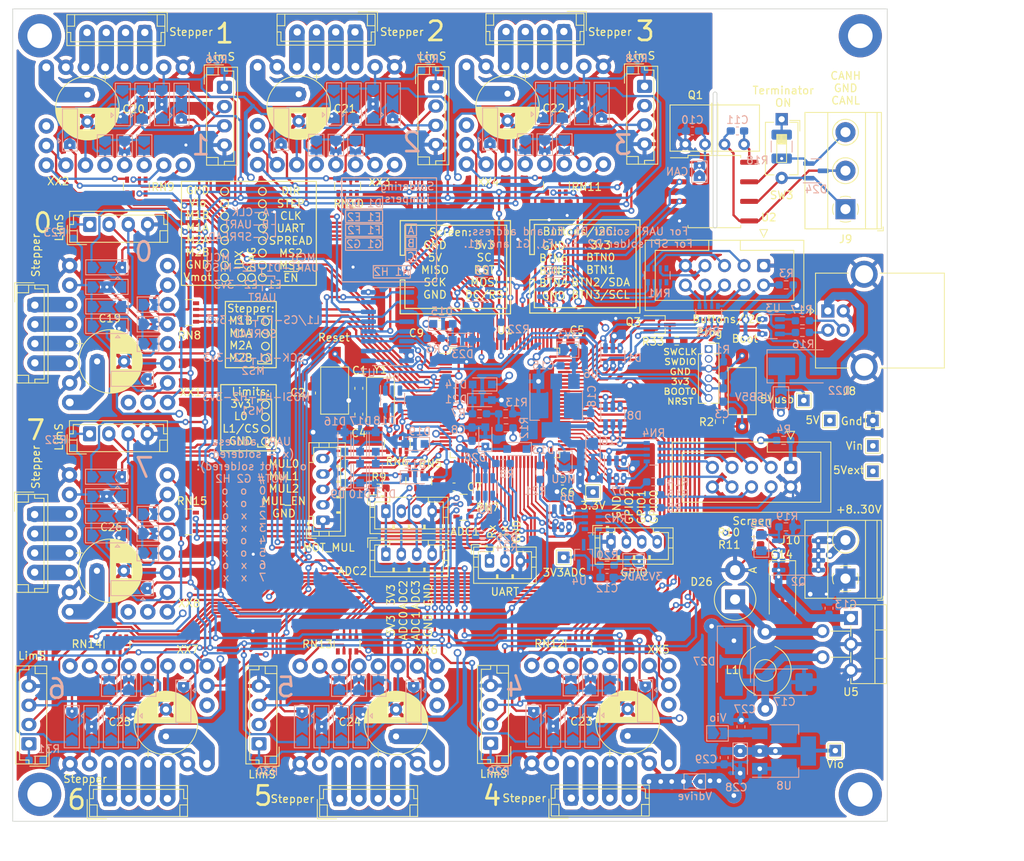
<source format=kicad_pcb>
(kicad_pcb (version 20211014) (generator pcbnew)

  (general
    (thickness 4.69)
  )

  (paper "A4")
  (layers
    (0 "F.Cu" signal)
    (1 "In1.Cu" power "Ground.Cu")
    (2 "In2.Cu" power "Power.Cu")
    (31 "B.Cu" signal)
    (32 "B.Adhes" user "B.Adhesive")
    (33 "F.Adhes" user "F.Adhesive")
    (34 "B.Paste" user)
    (35 "F.Paste" user)
    (36 "B.SilkS" user "B.Silkscreen")
    (37 "F.SilkS" user "F.Silkscreen")
    (38 "B.Mask" user)
    (39 "F.Mask" user)
    (40 "Dwgs.User" user "User.Drawings")
    (41 "Cmts.User" user "User.Comments")
    (42 "Eco1.User" user "User.Eco1")
    (43 "Eco2.User" user "User.Eco2")
    (44 "Edge.Cuts" user)
    (45 "Margin" user)
    (46 "B.CrtYd" user "B.Courtyard")
    (47 "F.CrtYd" user "F.Courtyard")
    (48 "B.Fab" user)
    (49 "F.Fab" user)
    (50 "User.1" user)
    (51 "User.2" user)
    (52 "User.3" user)
    (53 "User.4" user)
    (54 "User.5" user)
    (55 "User.6" user)
    (56 "User.7" user)
    (57 "User.8" user)
    (58 "User.9" user)
  )

  (setup
    (stackup
      (layer "F.SilkS" (type "Top Silk Screen"))
      (layer "F.Paste" (type "Top Solder Paste"))
      (layer "F.Mask" (type "Top Solder Mask") (thickness 0.01))
      (layer "F.Cu" (type "copper") (thickness 0.035))
      (layer "dielectric 1" (type "core") (thickness 1.51) (material "FR4") (epsilon_r 4.5) (loss_tangent 0.02))
      (layer "In1.Cu" (type "copper") (thickness 0.035))
      (layer "dielectric 2" (type "prepreg") (thickness 1.51) (material "FR4") (epsilon_r 4.5) (loss_tangent 0.02))
      (layer "In2.Cu" (type "copper") (thickness 0.035))
      (layer "dielectric 3" (type "core") (thickness 1.51) (material "FR4") (epsilon_r 4.5) (loss_tangent 0.02))
      (layer "B.Cu" (type "copper") (thickness 0.035))
      (layer "B.Mask" (type "Bottom Solder Mask") (thickness 0.01))
      (layer "B.Paste" (type "Bottom Solder Paste"))
      (layer "B.SilkS" (type "Bottom Silk Screen"))
      (copper_finish "None")
      (dielectric_constraints no)
    )
    (pad_to_mask_clearance 0)
    (pcbplotparams
      (layerselection 0x00010fc_ffffffff)
      (disableapertmacros false)
      (usegerberextensions false)
      (usegerberattributes true)
      (usegerberadvancedattributes true)
      (creategerberjobfile true)
      (svguseinch false)
      (svgprecision 6)
      (excludeedgelayer true)
      (plotframeref false)
      (viasonmask false)
      (mode 1)
      (useauxorigin false)
      (hpglpennumber 1)
      (hpglpenspeed 20)
      (hpglpendiameter 15.000000)
      (dxfpolygonmode true)
      (dxfimperialunits true)
      (dxfusepcbnewfont true)
      (psnegative false)
      (psa4output false)
      (plotreference true)
      (plotvalue true)
      (plotinvisibletext false)
      (sketchpadsonfab false)
      (subtractmaskfromsilk false)
      (outputformat 1)
      (mirror false)
      (drillshape 0)
      (scaleselection 1)
      (outputdirectory "gerbers/")
    )
  )

  (net 0 "")
  (net 1 "/MCU base/OSC_IN")
  (net 2 "GND")
  (net 3 "/MCU base/NRST")
  (net 4 "/MCU base/BOOT0")
  (net 5 "+3V3")
  (net 6 "/MCU base/OSC_OUT")
  (net 7 "/MCU base/BTN0")
  (net 8 "/MCU base/BTN1")
  (net 9 "/MCU base/BTN2_SDA")
  (net 10 "/MCU base/SWDIO")
  (net 11 "/MCU base/BTN3_SCL")
  (net 12 "/MCU base/SWCLK")
  (net 13 "M4_L0")
  (net 14 "M4_L1")
  (net 15 "/MCU base/BTN4")
  (net 16 "/MCU base/BTN5")
  (net 17 "/MCU base/BTN6")
  (net 18 "M3_L1")
  (net 19 "M3_L0")
  (net 20 "M2_L1")
  (net 21 "M2_L0")
  (net 22 "M1_L0")
  (net 23 "M1_L1")
  (net 24 "/MCU base/SCRN_DCRS")
  (net 25 "/MCU base/SCRN_SCK")
  (net 26 "/MCU base/SCRN_MISO")
  (net 27 "/MCU base/SCRN_MOSI")
  (net 28 "/MCU base/SCRN_RST")
  (net 29 "/MCU base/SCRN_CS")
  (net 30 "M6_L1")
  (net 31 "M6_L0")
  (net 32 "M5_L1")
  (net 33 "M5_L0")
  (net 34 "/MCU base/A0")
  (net 35 "/MCU base/A1")
  (net 36 "/MCU base/A2")
  (net 37 "/MCU base/A3")
  (net 38 "/MCU base/A4")
  (net 39 "/MCU base/A5")
  (net 40 "Net-(J1-Pad4)")
  (net 41 "Net-(J2-Pad2)")
  (net 42 "Net-(J2-Pad3)")
  (net 43 "Net-(J2-Pad4)")
  (net 44 "Net-(J2-Pad5)")
  (net 45 "Net-(J2-Pad6)")
  (net 46 "Net-(J2-Pad7)")
  (net 47 "Net-(J2-Pad8)")
  (net 48 "ADC2")
  (net 49 "ADC3")
  (net 50 "ADC4")
  (net 51 "ADC5")
  (net 52 "+5V")
  (net 53 "ADC0")
  (net 54 "Vdrive")
  (net 55 "ADC1")
  (net 56 "unconnected-(RN1-Pad4)")
  (net 57 "unconnected-(RN1-Pad5)")
  (net 58 "MUL0")
  (net 59 "MUL1")
  (net 60 "MUL2")
  (net 61 "MUL_EN")
  (net 62 "M1_EN")
  (net 63 "M1_DIR")
  (net 64 "M1_STEP")
  (net 65 "+3.3VADC")
  (net 66 "TMC_SCK")
  (net 67 "TMC_MISO")
  (net 68 "TMC_MOSI")
  (net 69 "USART3_TX")
  (net 70 "M6_STEP")
  (net 71 "M6_DIR")
  (net 72 "M6_EN")
  (net 73 "M5_STEP")
  (net 74 "M5_DIR")
  (net 75 "M5_EN")
  (net 76 "USB_DM")
  (net 77 "USB_DP")
  (net 78 "M4_STEP")
  (net 79 "M4_EN")
  (net 80 "M4_DIR")
  (net 81 "CAN_RX")
  (net 82 "CAN_TX")
  (net 83 "USART2_TX")
  (net 84 "M3_DIR")
  (net 85 "M3_STEP")
  (net 86 "M3_EN")
  (net 87 "M2_STEP")
  (net 88 "M2_DIR")
  (net 89 "M2_EN")
  (net 90 "Net-(J2-Pad10)")
  (net 91 "Net-(C10-Pad1)")
  (net 92 "/MCU base/MOT_MUL0")
  (net 93 "/MCU base/MOT_MUL1")
  (net 94 "/MCU base/MOT_MUL2")
  (net 95 "/MCU base/MOT_MUL_EN")
  (net 96 "Net-(J6-Pad2)")
  (net 97 "Net-(J6-Pad3)")
  (net 98 "Net-(J6-Pad4)")
  (net 99 "Net-(J6-Pad5)")
  (net 100 "Net-(C11-Pad1)")
  (net 101 "Earth")
  (net 102 "Net-(C15-Pad1)")
  (net 103 "Net-(C17-Pad1)")
  (net 104 "Net-(D22-Pad1)")
  (net 105 "/VB")
  (net 106 "Net-(J3-Pad8)")
  (net 107 "/MCU base/OUT1")
  (net 108 "/MCU base/OUT0")
  (net 109 "/MCU base/OUT2")
  (net 110 "Net-(J7-Pad2)")
  (net 111 "Net-(J7-Pad3)")
  (net 112 "unconnected-(RN2-Pad4)")
  (net 113 "unconnected-(RN2-Pad5)")
  (net 114 "Net-(J7-Pad4)")
  (net 115 "/CANL")
  (net 116 "/CANH")
  (net 117 "Net-(D25-Pad2)")
  (net 118 "Net-(D26-Pad1)")
  (net 119 "Net-(J3-Pad1)")
  (net 120 "Net-(J3-Pad3)")
  (net 121 "Net-(J3-Pad4)")
  (net 122 "Net-(J3-Pad5)")
  (net 123 "Net-(J3-Pad6)")
  (net 124 "Net-(J3-Pad7)")
  (net 125 "Net-(J3-Pad9)")
  (net 126 "Net-(J4-Pad1)")
  (net 127 "Net-(J8-Pad2)")
  (net 128 "Net-(J8-Pad3)")
  (net 129 "Net-(J10-Pad2)")
  (net 130 "Net-(JP4-Pad2)")
  (net 131 "/Motors/Vm")
  (net 132 "/Motors/USART0-3")
  (net 133 "/Motors/MOSI")
  (net 134 "Net-(JP8-Pad1)")
  (net 135 "/Motors/SCK")
  (net 136 "Net-(JP13-Pad1)")
  (net 137 "/Motors/MISO")
  (net 138 "unconnected-(RN8-Pad8)")
  (net 139 "unconnected-(RN8-Pad1)")
  (net 140 "Net-(R16-Pad2)")
  (net 141 "Net-(R17-Pad2)")
  (net 142 "Net-(R18-Pad1)")
  (net 143 "/Motors/USART4-7")
  (net 144 "/Motors/DIAG4")
  (net 145 "/Motors/DIAG6")
  (net 146 "/Motors/DIAG7")
  (net 147 "/Motors/DIAG5")
  (net 148 "/Motors/DIAG3")
  (net 149 "/Motors/DIAG0")
  (net 150 "/Motors/DIAG1")
  (net 151 "/Motors/DIAG2")
  (net 152 "unconnected-(XX1-Pad18)")
  (net 153 "/Motors/stepper_M1/U")
  (net 154 "Net-(J11-Pad1)")
  (net 155 "/Motors/stepper_M1/~{ENx}")
  (net 156 "/Motors/stepper_M1/STEPx")
  (net 157 "/Motors/stepper_M1/DIRx")
  (net 158 "/MCU base/USART1_RX")
  (net 159 "/Motors/stepper_M1/MS1")
  (net 160 "/Motors/stepper_M1/MS2")
  (net 161 "/Motors/stepper_M1/SPR")
  (net 162 "/Motors/stepper_M1/CLK")
  (net 163 "/MCU base/USART1_TX")
  (net 164 "Net-(J13-Pad2)")
  (net 165 "Net-(J13-Pad1)")
  (net 166 "M0_L1")
  (net 167 "M0_L0")
  (net 168 "Net-(J12-Pad4)")
  (net 169 "Net-(J12-Pad3)")
  (net 170 "Net-(J12-Pad2)")
  (net 171 "Net-(J12-Pad1)")
  (net 172 "M0_STEP")
  (net 173 "M0_DIR")
  (net 174 "M0_EN")
  (net 175 "M7_L0")
  (net 176 "M7_L1")
  (net 177 "M7_DIR")
  (net 178 "M7_EN")
  (net 179 "M7_STEP")
  (net 180 "MCU3v3")
  (net 181 "unconnected-(RN7-Pad5)")
  (net 182 "unconnected-(RN7-Pad4)")
  (net 183 "Net-(J14-Pad1)")
  (net 184 "Net-(J15-Pad1)")
  (net 185 "Net-(J15-Pad2)")
  (net 186 "Net-(J15-Pad3)")
  (net 187 "Net-(J15-Pad4)")
  (net 188 "Net-(JP16-Pad1)")
  (net 189 "/Motors/stepper_M2/U")
  (net 190 "/Motors/stepper_M2/MS1")
  (net 191 "/Motors/stepper_M2/MS2")
  (net 192 "/Motors/stepper_M2/SPR")
  (net 193 "Net-(JP21-Pad1)")
  (net 194 "/Motors/stepper_M2/CLK")
  (net 195 "/Motors/stepper_M2/DIRx")
  (net 196 "/Motors/stepper_M2/STEPx")
  (net 197 "/Motors/stepper_M2/~{ENx}")
  (net 198 "unconnected-(RN9-Pad1)")
  (net 199 "unconnected-(RN9-Pad8)")
  (net 200 "unconnected-(XX2-Pad18)")
  (net 201 "Net-(J16-Pad1)")
  (net 202 "Net-(J17-Pad1)")
  (net 203 "Net-(J17-Pad2)")
  (net 204 "Net-(J17-Pad3)")
  (net 205 "Net-(J17-Pad4)")
  (net 206 "Net-(JP24-Pad1)")
  (net 207 "/Motors/stepper_M3/U")
  (net 208 "/Motors/stepper_M3/MS1")
  (net 209 "/Motors/stepper_M3/MS2")
  (net 210 "/Motors/stepper_M3/SPR")
  (net 211 "Net-(JP29-Pad1)")
  (net 212 "/Motors/stepper_M3/CLK")
  (net 213 "unconnected-(RN10-Pad1)")
  (net 214 "/Motors/stepper_M3/DIRx")
  (net 215 "/Motors/stepper_M3/STEPx")
  (net 216 "/Motors/stepper_M3/~{ENx}")
  (net 217 "unconnected-(RN10-Pad8)")
  (net 218 "unconnected-(XX3-Pad18)")
  (net 219 "Net-(J18-Pad1)")
  (net 220 "Net-(J19-Pad1)")
  (net 221 "Net-(J19-Pad2)")
  (net 222 "Net-(J19-Pad3)")
  (net 223 "Net-(J19-Pad4)")
  (net 224 "Net-(JP32-Pad1)")
  (net 225 "/Motors/stepper_M4/U")
  (net 226 "/Motors/stepper_M4/MS1")
  (net 227 "/Motors/stepper_M4/MS2")
  (net 228 "/Motors/stepper_M4/SPR")
  (net 229 "Net-(JP37-Pad1)")
  (net 230 "/Motors/stepper_M4/CLK")
  (net 231 "unconnected-(RN11-Pad1)")
  (net 232 "/Motors/stepper_M4/DIRx")
  (net 233 "/Motors/stepper_M4/STEPx")
  (net 234 "/Motors/stepper_M4/~{ENx}")
  (net 235 "unconnected-(RN11-Pad8)")
  (net 236 "unconnected-(XX4-Pad18)")
  (net 237 "Net-(J20-Pad1)")
  (net 238 "Net-(J21-Pad1)")
  (net 239 "Net-(J21-Pad2)")
  (net 240 "Net-(J21-Pad3)")
  (net 241 "Net-(J21-Pad4)")
  (net 242 "Net-(JP40-Pad1)")
  (net 243 "/Motors/stepper_M5/U")
  (net 244 "/Motors/stepper_M5/MS1")
  (net 245 "/Motors/stepper_M5/MS2")
  (net 246 "/Motors/stepper_M5/SPR")
  (net 247 "Net-(JP45-Pad1)")
  (net 248 "/Motors/stepper_M5/CLK")
  (net 249 "unconnected-(RN12-Pad1)")
  (net 250 "/Motors/stepper_M5/DIRx")
  (net 251 "/Motors/stepper_M5/STEPx")
  (net 252 "/Motors/stepper_M5/~{ENx}")
  (net 253 "unconnected-(RN12-Pad8)")
  (net 254 "unconnected-(XX5-Pad18)")
  (net 255 "Net-(J22-Pad1)")
  (net 256 "Net-(J23-Pad1)")
  (net 257 "Net-(J23-Pad2)")
  (net 258 "Net-(J23-Pad3)")
  (net 259 "Net-(J23-Pad4)")
  (net 260 "Net-(JP48-Pad1)")
  (net 261 "/Motors/stepper_M6/U")
  (net 262 "/Motors/stepper_M6/MS1")
  (net 263 "/Motors/stepper_M6/MS2")
  (net 264 "/Motors/stepper_M6/SPR")
  (net 265 "Net-(JP53-Pad1)")
  (net 266 "/Motors/stepper_M6/CLK")
  (net 267 "unconnected-(RN13-Pad1)")
  (net 268 "/Motors/stepper_M6/DIRx")
  (net 269 "/Motors/stepper_M6/STEPx")
  (net 270 "/Motors/stepper_M6/~{ENx}")
  (net 271 "unconnected-(RN13-Pad8)")
  (net 272 "unconnected-(XX6-Pad18)")
  (net 273 "Net-(J24-Pad1)")
  (net 274 "Net-(J25-Pad1)")
  (net 275 "Net-(J25-Pad2)")
  (net 276 "Net-(J25-Pad3)")
  (net 277 "Net-(J25-Pad4)")
  (net 278 "Net-(JP56-Pad1)")
  (net 279 "/Motors/stepper_M7/U")
  (net 280 "/Motors/stepper_M7/MS1")
  (net 281 "/Motors/stepper_M7/MS2")
  (net 282 "/Motors/stepper_M7/SPR")
  (net 283 "Net-(JP61-Pad1)")
  (net 284 "/Motors/stepper_M7/CLK")
  (net 285 "unconnected-(RN14-Pad1)")
  (net 286 "/Motors/stepper_M7/DIRx")
  (net 287 "/Motors/stepper_M7/STEPx")
  (net 288 "/Motors/stepper_M7/~{ENx}")
  (net 289 "unconnected-(RN14-Pad8)")
  (net 290 "unconnected-(XX7-Pad18)")
  (net 291 "Net-(J26-Pad1)")
  (net 292 "Net-(J27-Pad1)")
  (net 293 "Net-(J27-Pad2)")
  (net 294 "Net-(J27-Pad3)")
  (net 295 "Net-(J27-Pad4)")
  (net 296 "Net-(JP64-Pad1)")
  (net 297 "/Motors/stepper_M8/U")
  (net 298 "/Motors/stepper_M8/MS1")
  (net 299 "/Motors/stepper_M8/MS2")
  (net 300 "/Motors/stepper_M8/SPR")
  (net 301 "Net-(JP69-Pad1)")
  (net 302 "/Motors/stepper_M8/CLK")
  (net 303 "unconnected-(RN15-Pad1)")
  (net 304 "/Motors/stepper_M8/DIRx")
  (net 305 "/Motors/stepper_M8/STEPx")
  (net 306 "/Motors/stepper_M8/~{ENx}")
  (net 307 "unconnected-(RN15-Pad8)")
  (net 308 "unconnected-(XX8-Pad18)")
  (net 309 "/MCU base/Diagn")
  (net 310 "DIAGNOST")
  (net 311 "Net-(C27-Pad1)")
  (net 312 "Vio")
  (net 313 "Net-(Q3-Pad3)")

  (footprint "Capacitor_SMD:C_0603_1608Metric_Pad1.08x0.95mm_HandSolder" (layer "F.Cu") (at 110.8975 79.502))

  (footprint "Connector_JST:JST_EH_B4B-EH-A_1x04_P2.50mm_Vertical" (layer "F.Cu") (at 99.921075 41.501827 180))

  (footprint "Connector_JST:JST_EH_B4B-EH-A_1x04_P2.50mm_Vertical" (layer "F.Cu") (at 58.374 76.974 -90))

  (footprint "Connector_JST:JST_PH_B5B-PH-K_1x05_P2.00mm_Vertical" (layer "F.Cu") (at 95.758 104.902 90))

  (footprint "Connector_IDC:IDC-Header_2x05_P2.54mm_Vertical" (layer "F.Cu") (at 152.9588 71.8407 -90))

  (footprint "Button_Switch_SMD:SW_SPST_FSMSM" (layer "F.Cu") (at 150.1648 88.138 -90))

  (footprint "Connector_JST:JST_EH_B4B-EH-A_1x04_P2.50mm_Vertical" (layer "F.Cu") (at 87.466 133.934 90))

  (footprint "TestPoint:TestPoint_THTPad_1.5x1.5mm_Drill0.7mm" (layer "F.Cu") (at 161.544 91.948))

  (footprint "MountingHole:MountingHole_3.2mm_M3_DIN965_Pad" (layer "F.Cu") (at 165.5 140.5))

  (footprint "Button_Switch_THT:SW_DIP_SPSTx01_Slide_6.7x4.1mm_W7.62mm_P2.54mm_LowProfile" (layer "F.Cu") (at 155.2956 52.832 -90))

  (footprint "Capacitor_THT:CP_Radial_D8.0mm_P3.50mm" (layer "F.Cu") (at 105.246 132.978 90))

  (footprint "Connector_JST:JST_PH_B4B-PH-K_1x04_P2.00mm_Vertical" (layer "F.Cu") (at 103.934 103.7336))

  (footprint "Connector_JST:JST_EH_B4B-EH-A_1x04_P2.50mm_Vertical" (layer "F.Cu") (at 65.5 66.5))

  (footprint "stepper:stepper_module" (layer "F.Cu") (at 131.75 130.124 -90))

  (footprint "Resistor_SMD:R_Array_Convex_4x0603" (layer "F.Cu") (at 126.07045 61.46 -90))

  (footprint "Connector_JST:JST_PH_B3B-PH-K_1x03_P2.00mm_Vertical" (layer "F.Cu") (at 117.38 110.194))

  (footprint "stepper:stepper_module" (layer "F.Cu") (at 69.222 107.9116 180))

  (footprint "stepper:stepper_module" (layer "F.Cu") (at 96.171075 52.377827 90))

  (footprint "Resistor_SMD:R_Array_Convex_4x0603" (layer "F.Cu") (at 113.9952 103.2256))

  (footprint "TerminalBlock_Phoenix:TerminalBlock_Phoenix_MKDS-1,5-2_1x02_P5.00mm_Horizontal" (layer "F.Cu") (at 163.576 112.482 90))

  (footprint "Resistor_SMD:R_0603_1608Metric_Pad0.98x0.95mm_HandSolder" (layer "F.Cu") (at 141.6812 81.6356))

  (footprint "Connector_IDC:IDC-Header_2x05_P2.54mm_Vertical" (layer "F.Cu") (at 156.464 98.044 -90))

  (footprint "TestPoint:TestPoint_THTPad_1.5x1.5mm_Drill0.7mm" (layer "F.Cu") (at 167.132 91.948))

  (footprint "Connector_PinSocket_1.27mm:PinSocket_1x06_P1.27mm_Vertical" (layer "F.Cu") (at 145.821 82.677))

  (footprint "Connector_JST:JST_EH_B4B-EH-A_1x04_P2.50mm_Vertical" (layer "F.Cu") (at 57.604925 133.934 90))

  (footprint "Package_QFP:LQFP-100_14x14mm_P0.5mm" (layer "F.Cu") (at 119.38 89.662))

  (footprint "MountingHole:MountingHole_3.2mm_M3_DIN965_Pad" (layer "F.Cu") (at 59 42))

  (footprint "Capacitor_THT:CP_Radial_D8.0mm_P3.50mm" (layer "F.Cu")
    (tedit 5AE50EF0) (tstamp 54feca81-afb3-4fb5-84f6-1707a4e4bb1b)
    (at 135.306 132.918 90)
    (descr "CP, Radial series, Radial, pin pitch=3.50mm, , diameter=8mm, Electrolytic Capacitor")
    (tags "CP Radial series Radial pin pitch 3.50mm  diameter 8mm Electrolytic Capacitor")
    (property "Sheetfile" "stepper_M.kicad_sch")
    (property "Sheetname" "stepper_M5")
    (path "/cf2c4fa9-a57e-4812-ae0c-3db57f6071a5/f8c6e88c-0183-4d2e-a3ca-39251d1701fb/028c2f35-a9b0-4aaf-988c-ea6dbc478016")
    (attr through_hole)
    (fp_text reference "C23" (at 1.8796 -5.9944) (layer "F.SilkS")
      (effects (font (size 1 1) (thickness 0.15)))
      (tstamp 7b4a4239-8607-4022-a212-bb8c6f16fa63)
    )
    (fp_text value "100u 35V" (at 1.75 5.25 90) (layer "F.Fab")
      (effects (font (size 1 1) (thickness 0.15)))
      (tstamp 96bf238f-4f4f-4f68-869e-10ec7b2d590d)
    )
    (fp_text user "${REFERENCE}" (at 1.75 0 90) (layer "F.Fab")
      (effects (font (size 1 1) (thickness 0.15)))
      (tstamp 428b2f70-031d-4d8d-bc9a-f057fe618982)
    )
    (fp_line (start 4.591 -2.945) (end 4.591 2.945) (layer "F.SilkS") (width 0.12) (tstamp 0341b80b-a284-4b79-b869-1fbf37caf697))
    (fp_line (start 2.35 -4.037) (end 2.35 4.037) (layer "F.SilkS") (width 0.12) (tstamp 06b8dc57-b8af-459b-9742-9a75215ed786))
    (fp_line (start 3.311 1.04) (end 3.311 3.774) (layer "F.SilkS") (width 0.12) (tstamp 08853ffb-610d-4058-a7ed-810ede818c32))
    (fp_line (start 3.711 -3.584) (end 3.711 -1.04) (layer "F.SilkS") (width 0.12) (tstamp 0a250321-2a40-4ea7-803e-597c67b3a908))
    (fp_line (start 3.551 -3.666) (end 3.551 -1.04) (layer "F.SilkS") (width 0.12) (tstamp 0ad097ec-cb29-4fde-8e11-c565a582b3c9))
    (fp_line (start 4.031 -3.392) (end 4.031 -1.04) (layer "F.SilkS") (width 0.12) (tstamp 0ad5b517-6afc-415d-b906-428f1cf86026))
    (fp_line (start 4.951 -2.556) (end 4.951 2.556) (layer "F.SilkS") (width 0.12) (tstamp 0ae4c03c-d0d2-4d8f-9744-4df60c31fef5))
    (fp_line (start 4.911 -2.604) (end 4.911 2.604) (layer "F.SilkS") (width 0.12) (tstamp 0b0a1389-e9cc-4e13-858b-51c0e62f42e3))
    (fp_line (start 4.791 -2.741) (end 4.791 2.741) (layer "F.SilkS") (width 0.12) (tstamp 0c57afef-3ce8-418e-aac3-e825b76ffc1e))
    (fp_line (start 1.87 -4.079) (end 1.87 4.079) (layer "F.SilkS") (width 0.12) (tstamp 0cac4be0-30c2-47e4-b192-807c51d1cf49))
    (fp_line (start 2.951 -3.902) (end 2.951 -1.04) (layer "F.SilkS") (width 0.12) (tstamp 0dd74dfa-4fd9-4993-830c-59480cf6a753))
    (fp_line (start 3.911 -3.469) (end 3.911 -1.04) (layer "F.SilkS") (width 0.12) (tstamp 0ef6e8d3-9ed9-4b56-b264-998a28590b6f))
    (fp_line (start 2.631 1.04) (end 2.631 3.985) (layer "F.SilkS") (width 0.12) (tstamp 10999b64-b707-46b7-9b41-763568379b06))
    (fp_line (start 5.591 -1.453) (end 5.591 1.453) (layer "F.SilkS") (width 0.12) (tstamp 10b2a98d-30b4-429d-b80f-2c285c482bdd))
    (fp_line (start 2.671 -3.976) (end 2.671 -1.04) (layer "F.SilkS") (width 0.12) (tstamp 1305c615-7d4c-4f44-a133-84ebc1df12c2))
    (fp_line (start 3.271 1.04) (end 3.271 3.79) (layer "F.SilkS") (width 0.12) (tstamp 1413e654-9277-4964-8e83-d941607f55bf))
    (fp_line (start 5.551 -1.552) (end 5.551 1.552) (layer "F.SilkS") (width 0.12) (tstamp 197ada20-f457-44c8-a3c4-81e3e5875f93))
    (fp_line (start 3.431 -3.722) (end 3.431 -1.04) (layer "F.SilkS") (width 0.12) (tstamp 1df3702f-c8b6-43ba-9681-65236dc4109e))
    (fp_line (start 3.911 1.04) (end 3.911 3.469) (layer "F.SilkS") (width 0.12) (tstamp 1e2916ff-56ed-43e4-9e7e-718f720daa60))
    (fp_line (start 1.95 -4.076) (end 1.95 4.076) (layer "F.SilkS") (width 0.12) (tstamp 1e41e304-f6ba-4945-9082-66ba30de890f))
    (fp_line (start 4.231 -3.25) (end 4.231 -1.04) (layer "F.SilkS") (width 0.12) (tstamp 1f8c071c-97f9-45fe-aedc-df2c79346e19))
    (fp_line (start 1.99 -4.074) (end 1.99 4.074) (layer "F.SilkS") (width 0.12) (tstamp 203e5bfd-c3cd-407c-b2f9-f253788edebf))
    (fp_line (start 5.111 -2.345) (end 5.111 2.345) (layer "F.SilkS") (width 0.12) (tstamp 225c4338-3bdd-4019-8af7-67593b4f3cab))
    (fp_line (start 4.311 1.04) (end 4.311 3.189) (layer "F.SilkS") (width 0.12) (tstamp 241021d2-ff57-4cdc-8e8b-e5be3e9a8d1b))
    (fp_line (start 2.711 1.04) (end 2.711 3.967) (layer "F.SilkS") (width 0.12) (tstamp 264c10a4-a6c0-4174-b449-6ad9b4bd822d))
    (fp_line (start 4.151 1.04) (end 4.151 3.309) (layer "F.SilkS") (width 0.12) (tstamp 266f29d4-ee14-4f6d-b981-a3c14fc8d08d))
    (fp_line (start 2.23 -4.052) (end 2.23 4.052) (layer "F.SilkS") (width 0.12) (tstamp 27465d4f-5b09-4035-b26f-e4760c54c1c3))
    (fp_line (start 3.511 -3.686) (end 3.511 -1.04) (layer "F.SilkS") (width 0.12) (tstamp 2a3d1b52-a8cc-463e-a567-8b3d4a5c05c3))
    (fp_line (start 3.751 -3.562) (end 3.751 -1.04) (layer "F.SilkS") (width 0.12) (tstamp 2b79d754-b878-4233-8e46-eb70a38e5705))
    (fp_line (start 5.271 -2.102) (end 5.271 2.102) (layer "F.SilkS") (width 0.12) (tstamp 2ca92dc9-28e8-45e7-9f29-e9dc8fcc1509))
    (fp_line (start 2.511 1.04) (end 2.511 4.01) (layer "F.SilkS") (width 0.12) (tstamp 2e1b8a49-dc10-4561-8b08-3650368e47fc))
    (fp_line (start 3.951 1.04) (end 3.951 3.444) (layer "F.SilkS") (width 0.12) (tstamp 2e5a6886-aab0-42bd-b2a1-4ed8b064f6f5))
    (fp_line (start 2.751 1.04) (end 2.751 3.957) (layer "F.SilkS") (width 0.12) (tstamp 316e9e0a-bb75-4956-b428-af79c04f0516))
    (fp_line (start 4.111 1.04) (end 4.111 3.338) (layer "F.SilkS") (width 0.12) (tstamp 35a595ef-d1b3-4672-8f62-32da7c420585))
    (fp_line (start 4.871 -2.651) (end 4.871 2.651) (layer "F.SilkS") (width 0.12) (tstamp 399ec781-6aa1-487c-b215-97bc23893585))
    (fp_line (start 3.551 1.04) (end 3.551 3.666) (layer "F.SilkS") (width 0.12) (tstamp 3ab39475-f3a3-4eda-8850-3486bc3b9d2c))
    (fp_line (start 4.271 1.04) (end 4.271 3.22) (layer "F.SilkS") (width 0.12) (tstamp 3eb8aeed-c0b5-41d2-97ff-55b7250e8d23))
    (fp_line (start 4.231 1.04) (end 4.231 3.25) (layer "F.SilkS") (width 0.12) (tstamp 4027b944-0345-43ca-aaac-a9fdce2fc371))
    (fp_line (start 5.071 -2.4) (end 5.071 2.4) (layer "F.SilkS") (width 0.12) (tstamp 409da033-9f9f-472b-a209-43334eac9340))
    (fp_line (start 2.831 -3.936) (end 2.831 -1.04) (layer "F.SilkS") (width 0.12) (tstamp 433d0b95-19e6-4cdc-88b4-6e285766e3a7))
    (fp_line (start 2.871 1.04) (end 2.871 3.925) (layer "F.SilkS") (width 0.12) (tstamp 45ccb5af-97e5-4307-b56e-36f5d00216d3))
    (fp_line (start 3.391 -3.74) (end 3.391 -1.04) (layer "F.SilkS") (width 0.12) (tstamp 45f9c57a-a34a-48ff-8938-e33ba3df4af0))
    (fp_line (start 3.151 -3.835) (end 3.151 -1.04) (layer "F.SilkS") (width 0.12) (tstamp 46fd2fc3-88a1-47cd-a146-83ec2fde3a61))
    (fp_line (start 2.631 -3.985) (end 2.631 -1.04) (layer "F.SilkS") (width 0.12) (tstamp 472c3772-e9fa-48e1-9210-904d4b225f16))
    (fp_line (start 2.19 -4.057) (end 2.19 4.057) (layer "F.SilkS") (width 0.12) (tstamp 4752dbe3-1ffa-4c5a-9127-dc5683868965))
    (fp_line (start 4.471 -3.055) (end 4.471 -1.04) (layer "F.SilkS") (width 0.12) (tstamp 49865241-fbc0-403f-b837-7eff07416725))
    (fp_line (start 4.631 -2.907) (end 4.631 2.907) (layer "F.SilkS") (width 0.12) (tstamp 4a2c9307-bbe7-4224-adab-db6eb6be32fb))
    (fp_line (start 4.991 -2.505) (end 4.991 2.505) (layer "F.SilkS") (width 0.12) (tstamp 4a5f91fb-bf48-4494-ac7c-8a5ab6020a5a))
    (fp_line (start 4.271 -3.22) (end 4.271 -1.04) (layer "F.SilkS") (width 0.12) (tstamp 4ac261e1-b330-4409-b0d2-190aca8fd7a1))
    (fp_line (start 4.711 -2.826) (end 4.711 2.826) (layer "F.SilkS") (width 0.12) (tstamp 4b69bc64-dea5-47c7-9316-561689bee104))
    (fp_line (start 4.351 -3.156) (end 4.351 -1.04) (layer "F.SilkS") (width 0.12) (tstamp 4d37fe39-c913-45ac-b12f-c66948615f92))
    (fp_line (start 5.231 -2.166) (end 5.231 2.166) (layer "F.SilkS") (width 0.12) (tstamp 4ee85bf4-b8b2-4849-8d7d-d64f3470a3e2))
    (fp_line (start 3.031 1.04) (end 3.031 3.877) (layer "F.SilkS") (width 0.12) (tstamp 52062ff7-b4c3-4205-8989-879aaaa6141b))
    (fp_line (start 5.751 -0.948) (end 5.751 0.948) (layer "F.SilkS") (width 0.12) (tstamp 53a26c32-5b4d-44eb-bf7e-8158861dadd0))
    (fp_line (start 4.551 -2.983) (end 4.551 2.983) (layer "F.SilkS") (width 0.12) (tstamp 548acc5a-42fb-4465-89e4-ce8a24163211))
    (fp_line (start 3.471 1.04) (end 3.471 3.704) (layer "F.SilkS") (width 0.12) (tstamp 578331c5-06a5-4a4f-a834-5747fccdbb77))
    (fp_line (start 3.831 1.04) (end 3.831 3.517) (layer "F.SilkS") (width 0.12) (tstamp 582cac7f-c1ef-4196-bb7c-6bc5c2a0944b))
    (fp_line (start 5.191 -2.228) (end 5.191 2.228) (layer "F.SilkS") (width 0.12) (tstamp 5966f391-cbac-4620-b844-1e77d6d72069))
    (fp_line (start 3.831 -3.517) (end 3.831 -1.04) (layer "F.SilkS") (width 0.12) (tstamp 5bb7403a-9785-483c-af6b-b7efb4f327ca))
    (fp_line (start 3.071 -3.863) (end 3.071 -1.04) (layer "F.SilkS") (width 0.12) (tstamp 5f04c60f-9ff9-4623-8a21-cb65fd756236))
    (fp_line (start 3.631 1.04) (end 3.631 3.627) (layer "F.SilkS") (width 0.12) (tstamp 5f2dbf3d-0bf9-405f-9b04-d1ee0442926b))
    (fp_line (start 4.471 1.04) (end 4.471 3.055) (layer "F.SilkS") (width 0.12) (tstamp 601a2268-efe4-4913-ad9a-a0820bbed24a))
    (fp_line (start 3.111 -3.85) (end 3.111 -1.04) (layer "F.SilkS") (width 0.12) (tstamp 63bf72c0-127a-4adb-96ce-4f367955cca3))
    (fp_line (start 3.631 -3.627) (end 3.631 -1.04) (layer "F.SilkS") (width 0.12) (tstamp 6564a4db-1bd7-45fe-b1ef-62375dc55eed))
    (fp_line (start 2.11 -4.065) (end 2.11 4.065) (layer "F.SilkS") (width 0.12) (tstamp 66c151b9-8ba2-40f2-99d8-07cb914cbaad))
    (fp_line (start 3.991 1.04) (end 3.991 3.418) (layer "F.SilkS") (width 0.12) (tstamp 66d70877-edfa-40d5-aa53-f96b49620c9e))
    (fp_line (start 2.751 -3.957) (end 2.751 -1.04) (layer "F.SilkS") (width 0.12) (tstamp 67f1c5ee-da72-45db-a0f4-edaf966f130b))
    (fp_line (start 2.671 1.04) (end 2.671 3.976) (layer "F.SilkS") (width 0.12) (tstamp 693df919-21b9-4cde-817e-5b7c0570c336))
    (fp_line (start 3.231 -3.805) (end 3.231 -1.04) (layer "F.SilkS") (width 0.12) (tstamp 702d3d5f-581d-47c8-b396-355a4abdc013))
    (fp_line (start 5.391 -1.89) (end 5.391 1.89) (layer "F.SilkS") (width 0.12) (tstamp 703deedd-038f-4f68-9f17-1def15dbb952))
    (fp_line (start 2.551 1.04) (end 2.551 4.002) (layer "F.SilkS") (width 0.12) (tstamp 74791ec2-be3d-48ef-8000-a6d7642dc12a))
    (fp_line (start 5.631 -1.346) (end 5.631 1.346) (layer "F.SilkS") (width 0.12) (tstamp 7578422c-ceb4-40ef-b0ed-ae9706eac3df))
    (fp_line (start 5.791 -0.768) (end 5.791 0.768) (layer "F.SilkS") (width 0.12) (tstamp 76468d35-1d85-4a26-b524-81d29dc06b24))
    (fp_line (start 4.431 1.04) (end 4.431 3.09) (layer "F.SilkS") (width 0.12) (tstamp 766017d8-6f23-4be2-92ab-4730e0ad3f23))
    (fp_line (start 4.111 -3.338) (end 4.111 -1.04) (layer "F.SilkS") (width 0.12) (tstamp 796a3e86-0e60-4339-ac63-a4ff9035db77))
    (fp_line (start 2.991 1.04) (end 2.991 3.889) (layer "F.SilkS") (width 0.12) (tstamp 800c5714-fe15-4a0a-968d-e3fc9639336f))
    (fp_line (start 4.391 1.04) (end 4.391 3.124) (layer "F.SilkS") (width 0.12) (tstamp 80f70f18-4a1d-4241-a4ba-16111305ea21))
    (fp_line (start 2.39 -4.03) (end 2.39 4.03) (layer "F.SilkS") (width 0.12) (tstamp 82647ff3-2936-478c-86f9-5b137bd6d1f3))
    (fp_line (start 3.791 1.04) (end 3.791 3.54) (layer "F.SilkS") (width 0.12) (tstamp 83ed1520-5ab9-486e-9f9c-3d18344cd044))
    (fp_line (start 3.951 -3.444) (end 3.951 -1.04) (layer "F.SilkS") (width 0.12) (tstamp 861a69fa-c254-4549-a81b-389317604cf2))
    (fp_line (start 5.031 -2.454) (end 5.031 2.454) (layer "F.SilkS") (width 0.12) (tstamp 8783115d-a0b4-439d-b9a4-d006e07a1761))
    (fp_line (start 2.791 -3.947) (end 2.791 -1.04) (layer "F.SilkS") (width 0.12) (tstamp 95ed907d-756d-4367-a4e7-fa6adfdd47d2))
    (fp_line (start 5.831 -0.533) (end 5.831 0.533) (layer "F.SilkS") (width 0.12) (tstamp 998d9600-594c-471f-b742-2f51ff87a3a1))
    (fp_line (start 2.911 1.04) (end 2.911 3.914) (layer "F.SilkS") (width 0.12) (tstamp 9a6e9712-95d1-4f31-aca6-7521cb72dc05))
    (fp_line (start 5.431 -1.813) (end 5.431 1.813) (layer "F.SilkS") (width 0.12) (tstamp 9a965e51-5620-47a7-b93c-ccea05a036ba))
    (fp_line (start 2.27 -4.048) (end 2.27 4.048) (layer "F.SilkS") (width 0.12) (tstamp 9c49135f-0727-4cd4-a256-c27e92f565d4))
    (fp_line (start 3.191 1.04) (end 3.191 3.821) (layer "F.SilkS") (width 0.12) (tstamp 9e90eb8d-65a2-4b49-98c4-f41c6144360c))
    (fp_line (start 4.391 -3.124) (end 4.391 -1.04) (layer "F.SilkS") (width 0.12) (tstamp 9f3b23da-2682-4e69-b119-1e9056cd16c3))
    (fp_line (start 4.151 -3.309) (end 4.151 -1.04) (layer "F.SilkS") (width 0.12) (tstamp a1941f2f-0135-4105-81ea-0dd0567d086c))
    (fp_line (start 3.351 -3.757) (end 3.351 -1.04) (layer "F.SilkS") (width 0.12) (tstamp a477856a-a310-4453-930d-a59e6bd64bc0))
    (fp_line (start 4.831 -2.697) (end 4.831 2.697) (layer "F.SilkS") (width 0.12) (tstamp a56eb918-c276-4671-bf2c-ee0bc5aed81d))
    (fp_line (start 1.83 -4.08) (end 1.83 4.08) (layer "F.SilkS") (width 0.12) (tstamp a5ed7838-049f-4716-a356-e8
... [8735164 chars truncated]
</source>
